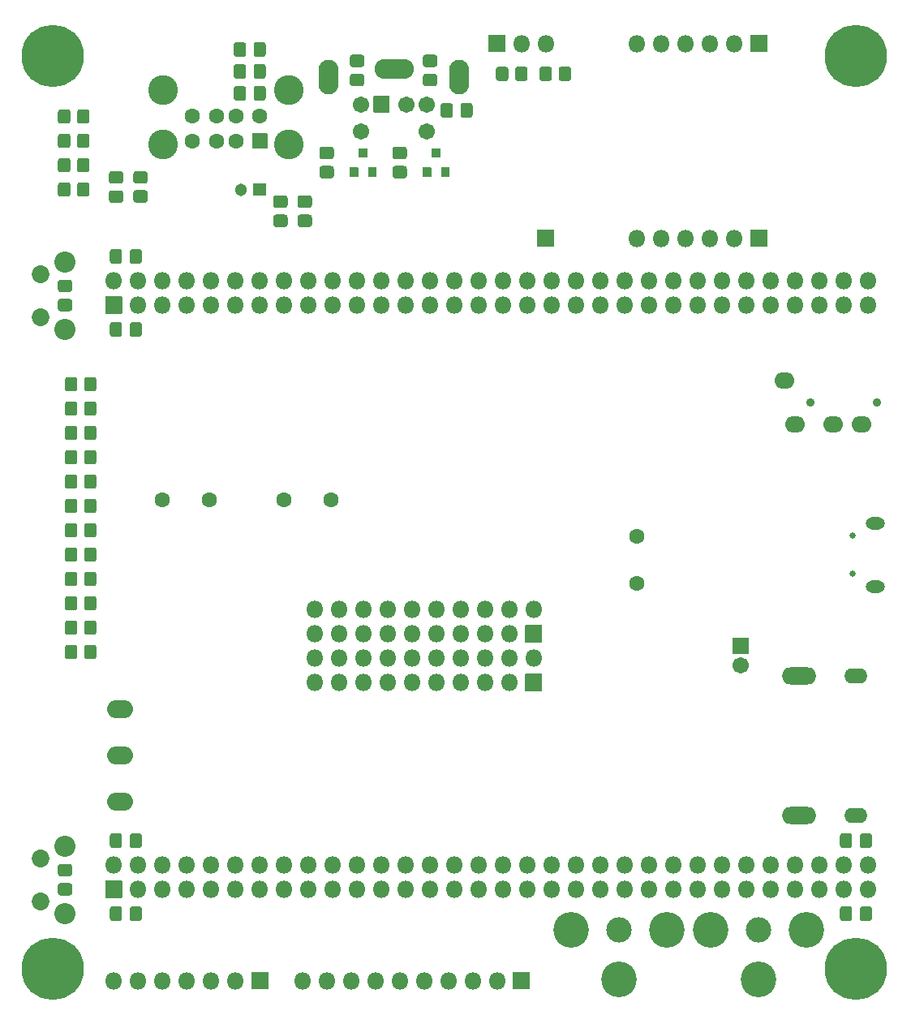
<source format=gbs>
G04 #@! TF.GenerationSoftware,KiCad,Pcbnew,5.1.10-88a1d61d58~90~ubuntu20.04.1*
G04 #@! TF.CreationDate,2021-11-05T20:40:26+01:00*
G04 #@! TF.ProjectId,FPGC4IOboard,46504743-3449-44f6-926f-6172642e6b69,rev?*
G04 #@! TF.SameCoordinates,Original*
G04 #@! TF.FileFunction,Soldermask,Bot*
G04 #@! TF.FilePolarity,Negative*
%FSLAX46Y46*%
G04 Gerber Fmt 4.6, Leading zero omitted, Abs format (unit mm)*
G04 Created by KiCad (PCBNEW 5.1.10-88a1d61d58~90~ubuntu20.04.1) date 2021-11-05 20:40:26*
%MOMM*%
%LPD*%
G01*
G04 APERTURE LIST*
%ADD10C,2.202000*%
%ADD11C,1.852000*%
%ADD12O,1.802000X1.802000*%
%ADD13C,1.702000*%
%ADD14C,1.302000*%
%ADD15O,2.102000X1.702000*%
%ADD16C,0.902000*%
%ADD17O,2.702000X1.902000*%
%ADD18O,4.102000X2.102000*%
%ADD19O,2.102000X3.602000*%
%ADD20C,1.602000*%
%ADD21C,3.102000*%
%ADD22O,2.402000X1.602000*%
%ADD23O,3.602000X1.802000*%
%ADD24C,6.502000*%
%ADD25C,0.652000*%
%ADD26O,2.002000X1.302000*%
%ADD27C,2.652000*%
%ADD28C,3.718000*%
G04 APERTURE END LIST*
D10*
X83770000Y-66020000D03*
D11*
X81280000Y-64770000D03*
X81280000Y-60270000D03*
D10*
X83770000Y-59010000D03*
G36*
G01*
X131865000Y-101969000D02*
X133565000Y-101969000D01*
G75*
G02*
X133616000Y-102020000I0J-51000D01*
G01*
X133616000Y-103720000D01*
G75*
G02*
X133565000Y-103771000I-51000J0D01*
G01*
X131865000Y-103771000D01*
G75*
G02*
X131814000Y-103720000I0J51000D01*
G01*
X131814000Y-102020000D01*
G75*
G02*
X131865000Y-101969000I51000J0D01*
G01*
G37*
D12*
X132715000Y-100330000D03*
X130175000Y-102870000D03*
X130175000Y-100330000D03*
X127635000Y-102870000D03*
X127635000Y-100330000D03*
X125095000Y-102870000D03*
X125095000Y-100330000D03*
X122555000Y-102870000D03*
X122555000Y-100330000D03*
X120015000Y-102870000D03*
X120015000Y-100330000D03*
X117475000Y-102870000D03*
X117475000Y-100330000D03*
X114935000Y-102870000D03*
X114935000Y-100330000D03*
X112395000Y-102870000D03*
X112395000Y-100330000D03*
X109855000Y-102870000D03*
X109855000Y-100330000D03*
X109855000Y-95250000D03*
X109855000Y-97790000D03*
X112395000Y-95250000D03*
X112395000Y-97790000D03*
X114935000Y-95250000D03*
X114935000Y-97790000D03*
X117475000Y-95250000D03*
X117475000Y-97790000D03*
X120015000Y-95250000D03*
X120015000Y-97790000D03*
X122555000Y-95250000D03*
X122555000Y-97790000D03*
X125095000Y-95250000D03*
X125095000Y-97790000D03*
X127635000Y-95250000D03*
X127635000Y-97790000D03*
X130175000Y-95250000D03*
X130175000Y-97790000D03*
X132715000Y-95250000D03*
G36*
G01*
X131865000Y-96889000D02*
X133565000Y-96889000D01*
G75*
G02*
X133616000Y-96940000I0J-51000D01*
G01*
X133616000Y-98640000D01*
G75*
G02*
X133565000Y-98691000I-51000J0D01*
G01*
X131865000Y-98691000D01*
G75*
G02*
X131814000Y-98640000I0J51000D01*
G01*
X131814000Y-96940000D01*
G75*
G02*
X131865000Y-96889000I51000J0D01*
G01*
G37*
G36*
G01*
X133084000Y-57365000D02*
X133084000Y-55665000D01*
G75*
G02*
X133135000Y-55614000I51000J0D01*
G01*
X134835000Y-55614000D01*
G75*
G02*
X134886000Y-55665000I0J-51000D01*
G01*
X134886000Y-57365000D01*
G75*
G02*
X134835000Y-57416000I-51000J0D01*
G01*
X133135000Y-57416000D01*
G75*
G02*
X133084000Y-57365000I0J51000D01*
G01*
G37*
G36*
G01*
X153505000Y-98209000D02*
X155105000Y-98209000D01*
G75*
G02*
X155156000Y-98260000I0J-51000D01*
G01*
X155156000Y-99860000D01*
G75*
G02*
X155105000Y-99911000I-51000J0D01*
G01*
X153505000Y-99911000D01*
G75*
G02*
X153454000Y-99860000I0J51000D01*
G01*
X153454000Y-98260000D01*
G75*
G02*
X153505000Y-98209000I51000J0D01*
G01*
G37*
D13*
X154305000Y-101060000D03*
G36*
G01*
X104791000Y-50834999D02*
X104791000Y-52035001D01*
G75*
G02*
X104740001Y-52086000I-50999J0D01*
G01*
X103539999Y-52086000D01*
G75*
G02*
X103489000Y-52035001I0J50999D01*
G01*
X103489000Y-50834999D01*
G75*
G02*
X103539999Y-50784000I50999J0D01*
G01*
X104740001Y-50784000D01*
G75*
G02*
X104791000Y-50834999I0J-50999D01*
G01*
G37*
D14*
X102140000Y-51435000D03*
D15*
X163980000Y-75960000D03*
D16*
X168580000Y-73660000D03*
X161580000Y-73660000D03*
D15*
X166980000Y-75960000D03*
X159980000Y-75960000D03*
X158880000Y-71360000D03*
G36*
G01*
X103290000Y-133084000D02*
X104990000Y-133084000D01*
G75*
G02*
X105041000Y-133135000I0J-51000D01*
G01*
X105041000Y-134835000D01*
G75*
G02*
X104990000Y-134886000I-51000J0D01*
G01*
X103290000Y-134886000D01*
G75*
G02*
X103239000Y-134835000I0J51000D01*
G01*
X103239000Y-133135000D01*
G75*
G02*
X103290000Y-133084000I51000J0D01*
G01*
G37*
D12*
X101600000Y-133985000D03*
X99060000Y-133985000D03*
X96520000Y-133985000D03*
X93980000Y-133985000D03*
X91440000Y-133985000D03*
X88900000Y-133985000D03*
G36*
G01*
X130595000Y-133084000D02*
X132295000Y-133084000D01*
G75*
G02*
X132346000Y-133135000I0J-51000D01*
G01*
X132346000Y-134835000D01*
G75*
G02*
X132295000Y-134886000I-51000J0D01*
G01*
X130595000Y-134886000D01*
G75*
G02*
X130544000Y-134835000I0J51000D01*
G01*
X130544000Y-133135000D01*
G75*
G02*
X130595000Y-133084000I51000J0D01*
G01*
G37*
X128905000Y-133985000D03*
X126365000Y-133985000D03*
X123825000Y-133985000D03*
X121285000Y-133985000D03*
X118745000Y-133985000D03*
X116205000Y-133985000D03*
X113665000Y-133985000D03*
X111125000Y-133985000D03*
X108585000Y-133985000D03*
X143510000Y-56515000D03*
X146050000Y-56515000D03*
X148590000Y-56515000D03*
X151130000Y-56515000D03*
X153670000Y-56515000D03*
G36*
G01*
X155360000Y-55614000D02*
X157060000Y-55614000D01*
G75*
G02*
X157111000Y-55665000I0J-51000D01*
G01*
X157111000Y-57365000D01*
G75*
G02*
X157060000Y-57416000I-51000J0D01*
G01*
X155360000Y-57416000D01*
G75*
G02*
X155309000Y-57365000I0J51000D01*
G01*
X155309000Y-55665000D01*
G75*
G02*
X155360000Y-55614000I51000J0D01*
G01*
G37*
G36*
G01*
X155360000Y-35294000D02*
X157060000Y-35294000D01*
G75*
G02*
X157111000Y-35345000I0J-51000D01*
G01*
X157111000Y-37045000D01*
G75*
G02*
X157060000Y-37096000I-51000J0D01*
G01*
X155360000Y-37096000D01*
G75*
G02*
X155309000Y-37045000I0J51000D01*
G01*
X155309000Y-35345000D01*
G75*
G02*
X155360000Y-35294000I51000J0D01*
G01*
G37*
X153670000Y-36195000D03*
X151130000Y-36195000D03*
X148590000Y-36195000D03*
X146050000Y-36195000D03*
X143510000Y-36195000D03*
G36*
G01*
X129755000Y-37096000D02*
X128055000Y-37096000D01*
G75*
G02*
X128004000Y-37045000I0J51000D01*
G01*
X128004000Y-35345000D01*
G75*
G02*
X128055000Y-35294000I51000J0D01*
G01*
X129755000Y-35294000D01*
G75*
G02*
X129806000Y-35345000I0J-51000D01*
G01*
X129806000Y-37045000D01*
G75*
G02*
X129755000Y-37096000I-51000J0D01*
G01*
G37*
X131445000Y-36195000D03*
X133985000Y-36195000D03*
D10*
X83770000Y-119970000D03*
D11*
X81280000Y-121230000D03*
X81280000Y-125730000D03*
D10*
X83770000Y-126980000D03*
D17*
X89535000Y-105690000D03*
X89535000Y-110490000D03*
X89535000Y-115290000D03*
D18*
X118140000Y-38895000D03*
D13*
X121540000Y-45345000D03*
X114740000Y-45345000D03*
X121540000Y-42545000D03*
X114740000Y-42545000D03*
X119440000Y-42545000D03*
G36*
G01*
X117691000Y-41745000D02*
X117691000Y-43345000D01*
G75*
G02*
X117640000Y-43396000I-51000J0D01*
G01*
X116040000Y-43396000D01*
G75*
G02*
X115989000Y-43345000I0J51000D01*
G01*
X115989000Y-41745000D01*
G75*
G02*
X116040000Y-41694000I51000J0D01*
G01*
X117640000Y-41694000D01*
G75*
G02*
X117691000Y-41745000I0J-51000D01*
G01*
G37*
D19*
X111290000Y-39695000D03*
X124990000Y-39695000D03*
D20*
X97140000Y-43735000D03*
X99640000Y-43735000D03*
X101640000Y-43735000D03*
X104140000Y-43735000D03*
D21*
X94070000Y-41025000D03*
X107210000Y-41025000D03*
D20*
X97140000Y-46355000D03*
X99640000Y-46355000D03*
X101640000Y-46355000D03*
G36*
G01*
X104941000Y-45605000D02*
X104941000Y-47105000D01*
G75*
G02*
X104890000Y-47156000I-51000J0D01*
G01*
X103390000Y-47156000D01*
G75*
G02*
X103339000Y-47105000I0J51000D01*
G01*
X103339000Y-45605000D01*
G75*
G02*
X103390000Y-45554000I51000J0D01*
G01*
X104890000Y-45554000D01*
G75*
G02*
X104941000Y-45605000I0J-51000D01*
G01*
G37*
D21*
X107210000Y-46705000D03*
X94070000Y-46705000D03*
D22*
X166370000Y-116724000D03*
X166370000Y-102224000D03*
D23*
X160410000Y-116724000D03*
X160410000Y-102224000D03*
D24*
X166370000Y-37465000D03*
X82550000Y-37465000D03*
X82550000Y-132715000D03*
X166370000Y-132715000D03*
D12*
X167640000Y-121920000D03*
X167640000Y-124460000D03*
X165100000Y-121920000D03*
X165100000Y-124460000D03*
X162560000Y-121920000D03*
X162560000Y-124460000D03*
X160020000Y-121920000D03*
X160020000Y-124460000D03*
X157480000Y-121920000D03*
X157480000Y-124460000D03*
X154940000Y-121920000D03*
X154940000Y-124460000D03*
X152400000Y-121920000D03*
X152400000Y-124460000D03*
X149860000Y-121920000D03*
X149860000Y-124460000D03*
X147320000Y-121920000D03*
X147320000Y-124460000D03*
X144780000Y-121920000D03*
X144780000Y-124460000D03*
X142240000Y-121920000D03*
X142240000Y-124460000D03*
X139700000Y-121920000D03*
X139700000Y-124460000D03*
X137160000Y-121920000D03*
X137160000Y-124460000D03*
X134620000Y-121920000D03*
X134620000Y-124460000D03*
X132080000Y-121920000D03*
X132080000Y-124460000D03*
X129540000Y-121920000D03*
X129540000Y-124460000D03*
X127000000Y-121920000D03*
X127000000Y-124460000D03*
X124460000Y-121920000D03*
X124460000Y-124460000D03*
X121920000Y-121920000D03*
X121920000Y-124460000D03*
X119380000Y-121920000D03*
X119380000Y-124460000D03*
X116840000Y-121920000D03*
X116840000Y-124460000D03*
X114300000Y-121920000D03*
X114300000Y-124460000D03*
X111760000Y-121920000D03*
X111760000Y-124460000D03*
X109220000Y-121920000D03*
X109220000Y-124460000D03*
X106680000Y-121920000D03*
X106680000Y-124460000D03*
X104140000Y-121920000D03*
X104140000Y-124460000D03*
X101600000Y-121920000D03*
X101600000Y-124460000D03*
X99060000Y-121920000D03*
X99060000Y-124460000D03*
X96520000Y-121920000D03*
X96520000Y-124460000D03*
X93980000Y-121920000D03*
X93980000Y-124460000D03*
X91440000Y-121920000D03*
X91440000Y-124460000D03*
X88900000Y-121920000D03*
G36*
G01*
X89750000Y-125361000D02*
X88050000Y-125361000D01*
G75*
G02*
X87999000Y-125310000I0J51000D01*
G01*
X87999000Y-123610000D01*
G75*
G02*
X88050000Y-123559000I51000J0D01*
G01*
X89750000Y-123559000D01*
G75*
G02*
X89801000Y-123610000I0J-51000D01*
G01*
X89801000Y-125310000D01*
G75*
G02*
X89750000Y-125361000I-51000J0D01*
G01*
G37*
G36*
G01*
X89750000Y-64401000D02*
X88050000Y-64401000D01*
G75*
G02*
X87999000Y-64350000I0J51000D01*
G01*
X87999000Y-62650000D01*
G75*
G02*
X88050000Y-62599000I51000J0D01*
G01*
X89750000Y-62599000D01*
G75*
G02*
X89801000Y-62650000I0J-51000D01*
G01*
X89801000Y-64350000D01*
G75*
G02*
X89750000Y-64401000I-51000J0D01*
G01*
G37*
X88900000Y-60960000D03*
X91440000Y-63500000D03*
X91440000Y-60960000D03*
X93980000Y-63500000D03*
X93980000Y-60960000D03*
X96520000Y-63500000D03*
X96520000Y-60960000D03*
X99060000Y-63500000D03*
X99060000Y-60960000D03*
X101600000Y-63500000D03*
X101600000Y-60960000D03*
X104140000Y-63500000D03*
X104140000Y-60960000D03*
X106680000Y-63500000D03*
X106680000Y-60960000D03*
X109220000Y-63500000D03*
X109220000Y-60960000D03*
X111760000Y-63500000D03*
X111760000Y-60960000D03*
X114300000Y-63500000D03*
X114300000Y-60960000D03*
X116840000Y-63500000D03*
X116840000Y-60960000D03*
X119380000Y-63500000D03*
X119380000Y-60960000D03*
X121920000Y-63500000D03*
X121920000Y-60960000D03*
X124460000Y-63500000D03*
X124460000Y-60960000D03*
X127000000Y-63500000D03*
X127000000Y-60960000D03*
X129540000Y-63500000D03*
X129540000Y-60960000D03*
X132080000Y-63500000D03*
X132080000Y-60960000D03*
X134620000Y-63500000D03*
X134620000Y-60960000D03*
X137160000Y-63500000D03*
X137160000Y-60960000D03*
X139700000Y-63500000D03*
X139700000Y-60960000D03*
X142240000Y-63500000D03*
X142240000Y-60960000D03*
X144780000Y-63500000D03*
X144780000Y-60960000D03*
X147320000Y-63500000D03*
X147320000Y-60960000D03*
X149860000Y-63500000D03*
X149860000Y-60960000D03*
X152400000Y-63500000D03*
X152400000Y-60960000D03*
X154940000Y-63500000D03*
X154940000Y-60960000D03*
X157480000Y-63500000D03*
X157480000Y-60960000D03*
X160020000Y-63500000D03*
X160020000Y-60960000D03*
X162560000Y-63500000D03*
X162560000Y-60960000D03*
X165100000Y-63500000D03*
X165100000Y-60960000D03*
X167640000Y-63500000D03*
X167640000Y-60960000D03*
G36*
G01*
X123016500Y-43684298D02*
X123016500Y-42675702D01*
G75*
G02*
X123288202Y-42404000I271702J0D01*
G01*
X124021798Y-42404000D01*
G75*
G02*
X124293500Y-42675702I0J-271702D01*
G01*
X124293500Y-43684298D01*
G75*
G02*
X124021798Y-43956000I-271702J0D01*
G01*
X123288202Y-43956000D01*
G75*
G02*
X123016500Y-43684298I0J271702D01*
G01*
G37*
G36*
G01*
X125091500Y-43684298D02*
X125091500Y-42675702D01*
G75*
G02*
X125363202Y-42404000I271702J0D01*
G01*
X126096798Y-42404000D01*
G75*
G02*
X126368500Y-42675702I0J-271702D01*
G01*
X126368500Y-43684298D01*
G75*
G02*
X126096798Y-43956000I-271702J0D01*
G01*
X125363202Y-43956000D01*
G75*
G02*
X125091500Y-43684298I0J271702D01*
G01*
G37*
G36*
G01*
X103501500Y-41906298D02*
X103501500Y-40897702D01*
G75*
G02*
X103773202Y-40626000I271702J0D01*
G01*
X104506798Y-40626000D01*
G75*
G02*
X104778500Y-40897702I0J-271702D01*
G01*
X104778500Y-41906298D01*
G75*
G02*
X104506798Y-42178000I-271702J0D01*
G01*
X103773202Y-42178000D01*
G75*
G02*
X103501500Y-41906298I0J271702D01*
G01*
G37*
G36*
G01*
X101426500Y-41906298D02*
X101426500Y-40897702D01*
G75*
G02*
X101698202Y-40626000I271702J0D01*
G01*
X102431798Y-40626000D01*
G75*
G02*
X102703500Y-40897702I0J-271702D01*
G01*
X102703500Y-41906298D01*
G75*
G02*
X102431798Y-42178000I-271702J0D01*
G01*
X101698202Y-42178000D01*
G75*
G02*
X101426500Y-41906298I0J271702D01*
G01*
G37*
G36*
G01*
X164694000Y-127504298D02*
X164694000Y-126495702D01*
G75*
G02*
X164965702Y-126224000I271702J0D01*
G01*
X165699298Y-126224000D01*
G75*
G02*
X165971000Y-126495702I0J-271702D01*
G01*
X165971000Y-127504298D01*
G75*
G02*
X165699298Y-127776000I-271702J0D01*
G01*
X164965702Y-127776000D01*
G75*
G02*
X164694000Y-127504298I0J271702D01*
G01*
G37*
G36*
G01*
X166769000Y-127504298D02*
X166769000Y-126495702D01*
G75*
G02*
X167040702Y-126224000I271702J0D01*
G01*
X167774298Y-126224000D01*
G75*
G02*
X168046000Y-126495702I0J-271702D01*
G01*
X168046000Y-127504298D01*
G75*
G02*
X167774298Y-127776000I-271702J0D01*
G01*
X167040702Y-127776000D01*
G75*
G02*
X166769000Y-127504298I0J271702D01*
G01*
G37*
D25*
X166012000Y-87535000D03*
X166012000Y-91535000D03*
D26*
X168362000Y-86235000D03*
X168362000Y-92835000D03*
G36*
G01*
X116285000Y-50126000D02*
X115485000Y-50126000D01*
G75*
G02*
X115434000Y-50075000I0J51000D01*
G01*
X115434000Y-49175000D01*
G75*
G02*
X115485000Y-49124000I51000J0D01*
G01*
X116285000Y-49124000D01*
G75*
G02*
X116336000Y-49175000I0J-51000D01*
G01*
X116336000Y-50075000D01*
G75*
G02*
X116285000Y-50126000I-51000J0D01*
G01*
G37*
G36*
G01*
X114385000Y-50126000D02*
X113585000Y-50126000D01*
G75*
G02*
X113534000Y-50075000I0J51000D01*
G01*
X113534000Y-49175000D01*
G75*
G02*
X113585000Y-49124000I51000J0D01*
G01*
X114385000Y-49124000D01*
G75*
G02*
X114436000Y-49175000I0J-51000D01*
G01*
X114436000Y-50075000D01*
G75*
G02*
X114385000Y-50126000I-51000J0D01*
G01*
G37*
G36*
G01*
X115335000Y-48126000D02*
X114535000Y-48126000D01*
G75*
G02*
X114484000Y-48075000I0J51000D01*
G01*
X114484000Y-47175000D01*
G75*
G02*
X114535000Y-47124000I51000J0D01*
G01*
X115335000Y-47124000D01*
G75*
G02*
X115386000Y-47175000I0J-51000D01*
G01*
X115386000Y-48075000D01*
G75*
G02*
X115335000Y-48126000I-51000J0D01*
G01*
G37*
G36*
G01*
X122955000Y-48126000D02*
X122155000Y-48126000D01*
G75*
G02*
X122104000Y-48075000I0J51000D01*
G01*
X122104000Y-47175000D01*
G75*
G02*
X122155000Y-47124000I51000J0D01*
G01*
X122955000Y-47124000D01*
G75*
G02*
X123006000Y-47175000I0J-51000D01*
G01*
X123006000Y-48075000D01*
G75*
G02*
X122955000Y-48126000I-51000J0D01*
G01*
G37*
G36*
G01*
X122005000Y-50126000D02*
X121205000Y-50126000D01*
G75*
G02*
X121154000Y-50075000I0J51000D01*
G01*
X121154000Y-49175000D01*
G75*
G02*
X121205000Y-49124000I51000J0D01*
G01*
X122005000Y-49124000D01*
G75*
G02*
X122056000Y-49175000I0J-51000D01*
G01*
X122056000Y-50075000D01*
G75*
G02*
X122005000Y-50126000I-51000J0D01*
G01*
G37*
G36*
G01*
X123905000Y-50126000D02*
X123105000Y-50126000D01*
G75*
G02*
X123054000Y-50075000I0J51000D01*
G01*
X123054000Y-49175000D01*
G75*
G02*
X123105000Y-49124000I51000J0D01*
G01*
X123905000Y-49124000D01*
G75*
G02*
X123956000Y-49175000I0J-51000D01*
G01*
X123956000Y-50075000D01*
G75*
G02*
X123905000Y-50126000I-51000J0D01*
G01*
G37*
G36*
G01*
X85804000Y-72234752D02*
X85804000Y-71275248D01*
G75*
G02*
X86075248Y-71004000I271248J0D01*
G01*
X86834752Y-71004000D01*
G75*
G02*
X87106000Y-71275248I0J-271248D01*
G01*
X87106000Y-72234752D01*
G75*
G02*
X86834752Y-72506000I-271248J0D01*
G01*
X86075248Y-72506000D01*
G75*
G02*
X85804000Y-72234752I0J271248D01*
G01*
G37*
G36*
G01*
X83804000Y-72234752D02*
X83804000Y-71275248D01*
G75*
G02*
X84075248Y-71004000I271248J0D01*
G01*
X84834752Y-71004000D01*
G75*
G02*
X85106000Y-71275248I0J-271248D01*
G01*
X85106000Y-72234752D01*
G75*
G02*
X84834752Y-72506000I-271248J0D01*
G01*
X84075248Y-72506000D01*
G75*
G02*
X83804000Y-72234752I0J271248D01*
G01*
G37*
G36*
G01*
X83804000Y-90014752D02*
X83804000Y-89055248D01*
G75*
G02*
X84075248Y-88784000I271248J0D01*
G01*
X84834752Y-88784000D01*
G75*
G02*
X85106000Y-89055248I0J-271248D01*
G01*
X85106000Y-90014752D01*
G75*
G02*
X84834752Y-90286000I-271248J0D01*
G01*
X84075248Y-90286000D01*
G75*
G02*
X83804000Y-90014752I0J271248D01*
G01*
G37*
G36*
G01*
X85804000Y-90014752D02*
X85804000Y-89055248D01*
G75*
G02*
X86075248Y-88784000I271248J0D01*
G01*
X86834752Y-88784000D01*
G75*
G02*
X87106000Y-89055248I0J-271248D01*
G01*
X87106000Y-90014752D01*
G75*
G02*
X86834752Y-90286000I-271248J0D01*
G01*
X86075248Y-90286000D01*
G75*
G02*
X85804000Y-90014752I0J271248D01*
G01*
G37*
G36*
G01*
X113820248Y-37354000D02*
X114779752Y-37354000D01*
G75*
G02*
X115051000Y-37625248I0J-271248D01*
G01*
X115051000Y-38384752D01*
G75*
G02*
X114779752Y-38656000I-271248J0D01*
G01*
X113820248Y-38656000D01*
G75*
G02*
X113549000Y-38384752I0J271248D01*
G01*
X113549000Y-37625248D01*
G75*
G02*
X113820248Y-37354000I271248J0D01*
G01*
G37*
G36*
G01*
X113820248Y-39354000D02*
X114779752Y-39354000D01*
G75*
G02*
X115051000Y-39625248I0J-271248D01*
G01*
X115051000Y-40384752D01*
G75*
G02*
X114779752Y-40656000I-271248J0D01*
G01*
X113820248Y-40656000D01*
G75*
G02*
X113549000Y-40384752I0J271248D01*
G01*
X113549000Y-39625248D01*
G75*
G02*
X113820248Y-39354000I271248J0D01*
G01*
G37*
G36*
G01*
X121440248Y-39354000D02*
X122399752Y-39354000D01*
G75*
G02*
X122671000Y-39625248I0J-271248D01*
G01*
X122671000Y-40384752D01*
G75*
G02*
X122399752Y-40656000I-271248J0D01*
G01*
X121440248Y-40656000D01*
G75*
G02*
X121169000Y-40384752I0J271248D01*
G01*
X121169000Y-39625248D01*
G75*
G02*
X121440248Y-39354000I271248J0D01*
G01*
G37*
G36*
G01*
X121440248Y-37354000D02*
X122399752Y-37354000D01*
G75*
G02*
X122671000Y-37625248I0J-271248D01*
G01*
X122671000Y-38384752D01*
G75*
G02*
X122399752Y-38656000I-271248J0D01*
G01*
X121440248Y-38656000D01*
G75*
G02*
X121169000Y-38384752I0J271248D01*
G01*
X121169000Y-37625248D01*
G75*
G02*
X121440248Y-37354000I271248J0D01*
G01*
G37*
G36*
G01*
X84376000Y-50955248D02*
X84376000Y-51914752D01*
G75*
G02*
X84104752Y-52186000I-271248J0D01*
G01*
X83345248Y-52186000D01*
G75*
G02*
X83074000Y-51914752I0J271248D01*
G01*
X83074000Y-50955248D01*
G75*
G02*
X83345248Y-50684000I271248J0D01*
G01*
X84104752Y-50684000D01*
G75*
G02*
X84376000Y-50955248I0J-271248D01*
G01*
G37*
G36*
G01*
X86376000Y-50955248D02*
X86376000Y-51914752D01*
G75*
G02*
X86104752Y-52186000I-271248J0D01*
G01*
X85345248Y-52186000D01*
G75*
G02*
X85074000Y-51914752I0J271248D01*
G01*
X85074000Y-50955248D01*
G75*
G02*
X85345248Y-50684000I271248J0D01*
G01*
X86104752Y-50684000D01*
G75*
G02*
X86376000Y-50955248I0J-271248D01*
G01*
G37*
G36*
G01*
X83340248Y-60849000D02*
X84299752Y-60849000D01*
G75*
G02*
X84571000Y-61120248I0J-271248D01*
G01*
X84571000Y-61879752D01*
G75*
G02*
X84299752Y-62151000I-271248J0D01*
G01*
X83340248Y-62151000D01*
G75*
G02*
X83069000Y-61879752I0J271248D01*
G01*
X83069000Y-61120248D01*
G75*
G02*
X83340248Y-60849000I271248J0D01*
G01*
G37*
G36*
G01*
X83340248Y-62849000D02*
X84299752Y-62849000D01*
G75*
G02*
X84571000Y-63120248I0J-271248D01*
G01*
X84571000Y-63879752D01*
G75*
G02*
X84299752Y-64151000I-271248J0D01*
G01*
X83340248Y-64151000D01*
G75*
G02*
X83069000Y-63879752I0J271248D01*
G01*
X83069000Y-63120248D01*
G75*
G02*
X83340248Y-62849000I271248J0D01*
G01*
G37*
G36*
G01*
X86376000Y-48415248D02*
X86376000Y-49374752D01*
G75*
G02*
X86104752Y-49646000I-271248J0D01*
G01*
X85345248Y-49646000D01*
G75*
G02*
X85074000Y-49374752I0J271248D01*
G01*
X85074000Y-48415248D01*
G75*
G02*
X85345248Y-48144000I271248J0D01*
G01*
X86104752Y-48144000D01*
G75*
G02*
X86376000Y-48415248I0J-271248D01*
G01*
G37*
G36*
G01*
X84376000Y-48415248D02*
X84376000Y-49374752D01*
G75*
G02*
X84104752Y-49646000I-271248J0D01*
G01*
X83345248Y-49646000D01*
G75*
G02*
X83074000Y-49374752I0J271248D01*
G01*
X83074000Y-48415248D01*
G75*
G02*
X83345248Y-48144000I271248J0D01*
G01*
X84104752Y-48144000D01*
G75*
G02*
X84376000Y-48415248I0J-271248D01*
G01*
G37*
G36*
G01*
X110645248Y-48974000D02*
X111604752Y-48974000D01*
G75*
G02*
X111876000Y-49245248I0J-271248D01*
G01*
X111876000Y-50004752D01*
G75*
G02*
X111604752Y-50276000I-271248J0D01*
G01*
X110645248Y-50276000D01*
G75*
G02*
X110374000Y-50004752I0J271248D01*
G01*
X110374000Y-49245248D01*
G75*
G02*
X110645248Y-48974000I271248J0D01*
G01*
G37*
G36*
G01*
X110645248Y-46974000D02*
X111604752Y-46974000D01*
G75*
G02*
X111876000Y-47245248I0J-271248D01*
G01*
X111876000Y-48004752D01*
G75*
G02*
X111604752Y-48276000I-271248J0D01*
G01*
X110645248Y-48276000D01*
G75*
G02*
X110374000Y-48004752I0J271248D01*
G01*
X110374000Y-47245248D01*
G75*
G02*
X110645248Y-46974000I271248J0D01*
G01*
G37*
G36*
G01*
X118265248Y-46974000D02*
X119224752Y-46974000D01*
G75*
G02*
X119496000Y-47245248I0J-271248D01*
G01*
X119496000Y-48004752D01*
G75*
G02*
X119224752Y-48276000I-271248J0D01*
G01*
X118265248Y-48276000D01*
G75*
G02*
X117994000Y-48004752I0J271248D01*
G01*
X117994000Y-47245248D01*
G75*
G02*
X118265248Y-46974000I271248J0D01*
G01*
G37*
G36*
G01*
X118265248Y-48974000D02*
X119224752Y-48974000D01*
G75*
G02*
X119496000Y-49245248I0J-271248D01*
G01*
X119496000Y-50004752D01*
G75*
G02*
X119224752Y-50276000I-271248J0D01*
G01*
X118265248Y-50276000D01*
G75*
G02*
X117994000Y-50004752I0J271248D01*
G01*
X117994000Y-49245248D01*
G75*
G02*
X118265248Y-48974000I271248J0D01*
G01*
G37*
G36*
G01*
X85804000Y-84934752D02*
X85804000Y-83975248D01*
G75*
G02*
X86075248Y-83704000I271248J0D01*
G01*
X86834752Y-83704000D01*
G75*
G02*
X87106000Y-83975248I0J-271248D01*
G01*
X87106000Y-84934752D01*
G75*
G02*
X86834752Y-85206000I-271248J0D01*
G01*
X86075248Y-85206000D01*
G75*
G02*
X85804000Y-84934752I0J271248D01*
G01*
G37*
G36*
G01*
X83804000Y-84934752D02*
X83804000Y-83975248D01*
G75*
G02*
X84075248Y-83704000I271248J0D01*
G01*
X84834752Y-83704000D01*
G75*
G02*
X85106000Y-83975248I0J-271248D01*
G01*
X85106000Y-84934752D01*
G75*
G02*
X84834752Y-85206000I-271248J0D01*
G01*
X84075248Y-85206000D01*
G75*
G02*
X83804000Y-84934752I0J271248D01*
G01*
G37*
G36*
G01*
X84376000Y-45875248D02*
X84376000Y-46834752D01*
G75*
G02*
X84104752Y-47106000I-271248J0D01*
G01*
X83345248Y-47106000D01*
G75*
G02*
X83074000Y-46834752I0J271248D01*
G01*
X83074000Y-45875248D01*
G75*
G02*
X83345248Y-45604000I271248J0D01*
G01*
X84104752Y-45604000D01*
G75*
G02*
X84376000Y-45875248I0J-271248D01*
G01*
G37*
G36*
G01*
X86376000Y-45875248D02*
X86376000Y-46834752D01*
G75*
G02*
X86104752Y-47106000I-271248J0D01*
G01*
X85345248Y-47106000D01*
G75*
G02*
X85074000Y-46834752I0J271248D01*
G01*
X85074000Y-45875248D01*
G75*
G02*
X85345248Y-45604000I271248J0D01*
G01*
X86104752Y-45604000D01*
G75*
G02*
X86376000Y-45875248I0J-271248D01*
G01*
G37*
G36*
G01*
X83804000Y-79854752D02*
X83804000Y-78895248D01*
G75*
G02*
X84075248Y-78624000I271248J0D01*
G01*
X84834752Y-78624000D01*
G75*
G02*
X85106000Y-78895248I0J-271248D01*
G01*
X85106000Y-79854752D01*
G75*
G02*
X84834752Y-80126000I-271248J0D01*
G01*
X84075248Y-80126000D01*
G75*
G02*
X83804000Y-79854752I0J271248D01*
G01*
G37*
G36*
G01*
X85804000Y-79854752D02*
X85804000Y-78895248D01*
G75*
G02*
X86075248Y-78624000I271248J0D01*
G01*
X86834752Y-78624000D01*
G75*
G02*
X87106000Y-78895248I0J-271248D01*
G01*
X87106000Y-79854752D01*
G75*
G02*
X86834752Y-80126000I-271248J0D01*
G01*
X86075248Y-80126000D01*
G75*
G02*
X85804000Y-79854752I0J271248D01*
G01*
G37*
G36*
G01*
X86376000Y-43335248D02*
X86376000Y-44294752D01*
G75*
G02*
X86104752Y-44566000I-271248J0D01*
G01*
X85345248Y-44566000D01*
G75*
G02*
X85074000Y-44294752I0J271248D01*
G01*
X85074000Y-43335248D01*
G75*
G02*
X85345248Y-43064000I271248J0D01*
G01*
X86104752Y-43064000D01*
G75*
G02*
X86376000Y-43335248I0J-271248D01*
G01*
G37*
G36*
G01*
X84376000Y-43335248D02*
X84376000Y-44294752D01*
G75*
G02*
X84104752Y-44566000I-271248J0D01*
G01*
X83345248Y-44566000D01*
G75*
G02*
X83074000Y-44294752I0J271248D01*
G01*
X83074000Y-43335248D01*
G75*
G02*
X83345248Y-43064000I271248J0D01*
G01*
X84104752Y-43064000D01*
G75*
G02*
X84376000Y-43335248I0J-271248D01*
G01*
G37*
G36*
G01*
X83340248Y-121809000D02*
X84299752Y-121809000D01*
G75*
G02*
X84571000Y-122080248I0J-271248D01*
G01*
X84571000Y-122839752D01*
G75*
G02*
X84299752Y-123111000I-271248J0D01*
G01*
X83340248Y-123111000D01*
G75*
G02*
X83069000Y-122839752I0J271248D01*
G01*
X83069000Y-122080248D01*
G75*
G02*
X83340248Y-121809000I271248J0D01*
G01*
G37*
G36*
G01*
X83340248Y-123809000D02*
X84299752Y-123809000D01*
G75*
G02*
X84571000Y-124080248I0J-271248D01*
G01*
X84571000Y-124839752D01*
G75*
G02*
X84299752Y-125111000I-271248J0D01*
G01*
X83340248Y-125111000D01*
G75*
G02*
X83069000Y-124839752I0J271248D01*
G01*
X83069000Y-124080248D01*
G75*
G02*
X83340248Y-123809000I271248J0D01*
G01*
G37*
G36*
G01*
X92173752Y-52816000D02*
X91214248Y-52816000D01*
G75*
G02*
X90943000Y-52544752I0J271248D01*
G01*
X90943000Y-51785248D01*
G75*
G02*
X91214248Y-51514000I271248J0D01*
G01*
X92173752Y-51514000D01*
G75*
G02*
X92445000Y-51785248I0J-271248D01*
G01*
X92445000Y-52544752D01*
G75*
G02*
X92173752Y-52816000I-271248J0D01*
G01*
G37*
G36*
G01*
X92173752Y-50816000D02*
X91214248Y-50816000D01*
G75*
G02*
X90943000Y-50544752I0J271248D01*
G01*
X90943000Y-49785248D01*
G75*
G02*
X91214248Y-49514000I271248J0D01*
G01*
X92173752Y-49514000D01*
G75*
G02*
X92445000Y-49785248I0J-271248D01*
G01*
X92445000Y-50544752D01*
G75*
G02*
X92173752Y-50816000I-271248J0D01*
G01*
G37*
G36*
G01*
X85804000Y-82394752D02*
X85804000Y-81435248D01*
G75*
G02*
X86075248Y-81164000I271248J0D01*
G01*
X86834752Y-81164000D01*
G75*
G02*
X87106000Y-81435248I0J-271248D01*
G01*
X87106000Y-82394752D01*
G75*
G02*
X86834752Y-82666000I-271248J0D01*
G01*
X86075248Y-82666000D01*
G75*
G02*
X85804000Y-82394752I0J271248D01*
G01*
G37*
G36*
G01*
X83804000Y-82394752D02*
X83804000Y-81435248D01*
G75*
G02*
X84075248Y-81164000I271248J0D01*
G01*
X84834752Y-81164000D01*
G75*
G02*
X85106000Y-81435248I0J-271248D01*
G01*
X85106000Y-82394752D01*
G75*
G02*
X84834752Y-82666000I-271248J0D01*
G01*
X84075248Y-82666000D01*
G75*
G02*
X83804000Y-82394752I0J271248D01*
G01*
G37*
G36*
G01*
X89633752Y-50832000D02*
X88674248Y-50832000D01*
G75*
G02*
X88403000Y-50560752I0J271248D01*
G01*
X88403000Y-49801248D01*
G75*
G02*
X88674248Y-49530000I271248J0D01*
G01*
X89633752Y-49530000D01*
G75*
G02*
X89905000Y-49801248I0J-271248D01*
G01*
X89905000Y-50560752D01*
G75*
G02*
X89633752Y-50832000I-271248J0D01*
G01*
G37*
G36*
G01*
X89633752Y-52832000D02*
X88674248Y-52832000D01*
G75*
G02*
X88403000Y-52560752I0J271248D01*
G01*
X88403000Y-51801248D01*
G75*
G02*
X88674248Y-51530000I271248J0D01*
G01*
X89633752Y-51530000D01*
G75*
G02*
X89905000Y-51801248I0J-271248D01*
G01*
X89905000Y-52560752D01*
G75*
G02*
X89633752Y-52832000I-271248J0D01*
G01*
G37*
G36*
G01*
X106778752Y-55356000D02*
X105819248Y-55356000D01*
G75*
G02*
X105548000Y-55084752I0J271248D01*
G01*
X105548000Y-54325248D01*
G75*
G02*
X105819248Y-54054000I271248J0D01*
G01*
X106778752Y-54054000D01*
G75*
G02*
X107050000Y-54325248I0J-271248D01*
G01*
X107050000Y-55084752D01*
G75*
G02*
X106778752Y-55356000I-271248J0D01*
G01*
G37*
G36*
G01*
X106778752Y-53356000D02*
X105819248Y-53356000D01*
G75*
G02*
X105548000Y-53084752I0J271248D01*
G01*
X105548000Y-52325248D01*
G75*
G02*
X105819248Y-52054000I271248J0D01*
G01*
X106778752Y-52054000D01*
G75*
G02*
X107050000Y-52325248I0J-271248D01*
G01*
X107050000Y-53084752D01*
G75*
G02*
X106778752Y-53356000I-271248J0D01*
G01*
G37*
G36*
G01*
X109318752Y-55356000D02*
X108359248Y-55356000D01*
G75*
G02*
X108088000Y-55084752I0J271248D01*
G01*
X108088000Y-54325248D01*
G75*
G02*
X108359248Y-54054000I271248J0D01*
G01*
X109318752Y-54054000D01*
G75*
G02*
X109590000Y-54325248I0J-271248D01*
G01*
X109590000Y-55084752D01*
G75*
G02*
X109318752Y-55356000I-271248J0D01*
G01*
G37*
G36*
G01*
X109318752Y-53356000D02*
X108359248Y-53356000D01*
G75*
G02*
X108088000Y-53084752I0J271248D01*
G01*
X108088000Y-52325248D01*
G75*
G02*
X108359248Y-52054000I271248J0D01*
G01*
X109318752Y-52054000D01*
G75*
G02*
X109590000Y-52325248I0J-271248D01*
G01*
X109590000Y-53084752D01*
G75*
G02*
X109318752Y-53356000I-271248J0D01*
G01*
G37*
G36*
G01*
X83804000Y-100174752D02*
X83804000Y-99215248D01*
G75*
G02*
X84075248Y-98944000I271248J0D01*
G01*
X84834752Y-98944000D01*
G75*
G02*
X85106000Y-99215248I0J-271248D01*
G01*
X85106000Y-100174752D01*
G75*
G02*
X84834752Y-100446000I-271248J0D01*
G01*
X84075248Y-100446000D01*
G75*
G02*
X83804000Y-100174752I0J271248D01*
G01*
G37*
G36*
G01*
X85804000Y-100174752D02*
X85804000Y-99215248D01*
G75*
G02*
X86075248Y-98944000I271248J0D01*
G01*
X86834752Y-98944000D01*
G75*
G02*
X87106000Y-99215248I0J-271248D01*
G01*
X87106000Y-100174752D01*
G75*
G02*
X86834752Y-100446000I-271248J0D01*
G01*
X86075248Y-100446000D01*
G75*
G02*
X85804000Y-100174752I0J271248D01*
G01*
G37*
G36*
G01*
X85804000Y-92554752D02*
X85804000Y-91595248D01*
G75*
G02*
X86075248Y-91324000I271248J0D01*
G01*
X86834752Y-91324000D01*
G75*
G02*
X87106000Y-91595248I0J-271248D01*
G01*
X87106000Y-92554752D01*
G75*
G02*
X86834752Y-92826000I-271248J0D01*
G01*
X86075248Y-92826000D01*
G75*
G02*
X85804000Y-92554752I0J271248D01*
G01*
G37*
G36*
G01*
X83804000Y-92554752D02*
X83804000Y-91595248D01*
G75*
G02*
X84075248Y-91324000I271248J0D01*
G01*
X84834752Y-91324000D01*
G75*
G02*
X85106000Y-91595248I0J-271248D01*
G01*
X85106000Y-92554752D01*
G75*
G02*
X84834752Y-92826000I-271248J0D01*
G01*
X84075248Y-92826000D01*
G75*
G02*
X83804000Y-92554752I0J271248D01*
G01*
G37*
G36*
G01*
X132096000Y-38890248D02*
X132096000Y-39849752D01*
G75*
G02*
X131824752Y-40121000I-271248J0D01*
G01*
X131065248Y-40121000D01*
G75*
G02*
X130794000Y-39849752I0J271248D01*
G01*
X130794000Y-38890248D01*
G75*
G02*
X131065248Y-38619000I271248J0D01*
G01*
X131824752Y-38619000D01*
G75*
G02*
X132096000Y-38890248I0J-271248D01*
G01*
G37*
G36*
G01*
X130096000Y-38890248D02*
X130096000Y-39849752D01*
G75*
G02*
X129824752Y-40121000I-271248J0D01*
G01*
X129065248Y-40121000D01*
G75*
G02*
X128794000Y-39849752I0J271248D01*
G01*
X128794000Y-38890248D01*
G75*
G02*
X129065248Y-38619000I271248J0D01*
G01*
X129824752Y-38619000D01*
G75*
G02*
X130096000Y-38890248I0J-271248D01*
G01*
G37*
G36*
G01*
X135334000Y-39849752D02*
X135334000Y-38890248D01*
G75*
G02*
X135605248Y-38619000I271248J0D01*
G01*
X136364752Y-38619000D01*
G75*
G02*
X136636000Y-38890248I0J-271248D01*
G01*
X136636000Y-39849752D01*
G75*
G02*
X136364752Y-40121000I-271248J0D01*
G01*
X135605248Y-40121000D01*
G75*
G02*
X135334000Y-39849752I0J271248D01*
G01*
G37*
G36*
G01*
X133334000Y-39849752D02*
X133334000Y-38890248D01*
G75*
G02*
X133605248Y-38619000I271248J0D01*
G01*
X134364752Y-38619000D01*
G75*
G02*
X134636000Y-38890248I0J-271248D01*
G01*
X134636000Y-39849752D01*
G75*
G02*
X134364752Y-40121000I-271248J0D01*
G01*
X133605248Y-40121000D01*
G75*
G02*
X133334000Y-39849752I0J271248D01*
G01*
G37*
G36*
G01*
X83804000Y-87474752D02*
X83804000Y-86515248D01*
G75*
G02*
X84075248Y-86244000I271248J0D01*
G01*
X84834752Y-86244000D01*
G75*
G02*
X85106000Y-86515248I0J-271248D01*
G01*
X85106000Y-87474752D01*
G75*
G02*
X84834752Y-87746000I-271248J0D01*
G01*
X84075248Y-87746000D01*
G75*
G02*
X83804000Y-87474752I0J271248D01*
G01*
G37*
G36*
G01*
X85804000Y-87474752D02*
X85804000Y-86515248D01*
G75*
G02*
X86075248Y-86244000I271248J0D01*
G01*
X86834752Y-86244000D01*
G75*
G02*
X87106000Y-86515248I0J-271248D01*
G01*
X87106000Y-87474752D01*
G75*
G02*
X86834752Y-87746000I-271248J0D01*
G01*
X86075248Y-87746000D01*
G75*
G02*
X85804000Y-87474752I0J271248D01*
G01*
G37*
G36*
G01*
X85804000Y-95094752D02*
X85804000Y-94135248D01*
G75*
G02*
X86075248Y-93864000I271248J0D01*
G01*
X86834752Y-93864000D01*
G75*
G02*
X87106000Y-94135248I0J-271248D01*
G01*
X87106000Y-95094752D01*
G75*
G02*
X86834752Y-95366000I-271248J0D01*
G01*
X86075248Y-95366000D01*
G75*
G02*
X85804000Y-95094752I0J271248D01*
G01*
G37*
G36*
G01*
X83804000Y-95094752D02*
X83804000Y-94135248D01*
G75*
G02*
X84075248Y-93864000I271248J0D01*
G01*
X84834752Y-93864000D01*
G75*
G02*
X85106000Y-94135248I0J-271248D01*
G01*
X85106000Y-95094752D01*
G75*
G02*
X84834752Y-95366000I-271248J0D01*
G01*
X84075248Y-95366000D01*
G75*
G02*
X83804000Y-95094752I0J271248D01*
G01*
G37*
G36*
G01*
X83804000Y-97634752D02*
X83804000Y-96675248D01*
G75*
G02*
X84075248Y-96404000I271248J0D01*
G01*
X84834752Y-96404000D01*
G75*
G02*
X85106000Y-96675248I0J-271248D01*
G01*
X85106000Y-97634752D01*
G75*
G02*
X84834752Y-97906000I-271248J0D01*
G01*
X84075248Y-97906000D01*
G75*
G02*
X83804000Y-97634752I0J271248D01*
G01*
G37*
G36*
G01*
X85804000Y-97634752D02*
X85804000Y-96675248D01*
G75*
G02*
X86075248Y-96404000I271248J0D01*
G01*
X86834752Y-96404000D01*
G75*
G02*
X87106000Y-96675248I0J-271248D01*
G01*
X87106000Y-97634752D01*
G75*
G02*
X86834752Y-97906000I-271248J0D01*
G01*
X86075248Y-97906000D01*
G75*
G02*
X85804000Y-97634752I0J271248D01*
G01*
G37*
G36*
G01*
X83804000Y-77314752D02*
X83804000Y-76355248D01*
G75*
G02*
X84075248Y-76084000I271248J0D01*
G01*
X84834752Y-76084000D01*
G75*
G02*
X85106000Y-76355248I0J-271248D01*
G01*
X85106000Y-77314752D01*
G75*
G02*
X84834752Y-77586000I-271248J0D01*
G01*
X84075248Y-77586000D01*
G75*
G02*
X83804000Y-77314752I0J271248D01*
G01*
G37*
G36*
G01*
X85804000Y-77314752D02*
X85804000Y-76355248D01*
G75*
G02*
X86075248Y-76084000I271248J0D01*
G01*
X86834752Y-76084000D01*
G75*
G02*
X87106000Y-76355248I0J-271248D01*
G01*
X87106000Y-77314752D01*
G75*
G02*
X86834752Y-77586000I-271248J0D01*
G01*
X86075248Y-77586000D01*
G75*
G02*
X85804000Y-77314752I0J271248D01*
G01*
G37*
G36*
G01*
X87106000Y-73815248D02*
X87106000Y-74774752D01*
G75*
G02*
X86834752Y-75046000I-271248J0D01*
G01*
X86075248Y-75046000D01*
G75*
G02*
X85804000Y-74774752I0J271248D01*
G01*
X85804000Y-73815248D01*
G75*
G02*
X86075248Y-73544000I271248J0D01*
G01*
X86834752Y-73544000D01*
G75*
G02*
X87106000Y-73815248I0J-271248D01*
G01*
G37*
G36*
G01*
X85106000Y-73815248D02*
X85106000Y-74774752D01*
G75*
G02*
X84834752Y-75046000I-271248J0D01*
G01*
X84075248Y-75046000D01*
G75*
G02*
X83804000Y-74774752I0J271248D01*
G01*
X83804000Y-73815248D01*
G75*
G02*
X84075248Y-73544000I271248J0D01*
G01*
X84834752Y-73544000D01*
G75*
G02*
X85106000Y-73815248I0J-271248D01*
G01*
G37*
D20*
X93980000Y-83820000D03*
X98860000Y-83820000D03*
X111560000Y-83820000D03*
X106680000Y-83820000D03*
X143510000Y-92510000D03*
X143510000Y-87630000D03*
G36*
G01*
X89771000Y-65535702D02*
X89771000Y-66544298D01*
G75*
G02*
X89499298Y-66816000I-271702J0D01*
G01*
X88765702Y-66816000D01*
G75*
G02*
X88494000Y-66544298I0J271702D01*
G01*
X88494000Y-65535702D01*
G75*
G02*
X88765702Y-65264000I271702J0D01*
G01*
X89499298Y-65264000D01*
G75*
G02*
X89771000Y-65535702I0J-271702D01*
G01*
G37*
G36*
G01*
X91846000Y-65535702D02*
X91846000Y-66544298D01*
G75*
G02*
X91574298Y-66816000I-271702J0D01*
G01*
X90840702Y-66816000D01*
G75*
G02*
X90569000Y-66544298I0J271702D01*
G01*
X90569000Y-65535702D01*
G75*
G02*
X90840702Y-65264000I271702J0D01*
G01*
X91574298Y-65264000D01*
G75*
G02*
X91846000Y-65535702I0J-271702D01*
G01*
G37*
G36*
G01*
X88494000Y-127504298D02*
X88494000Y-126495702D01*
G75*
G02*
X88765702Y-126224000I271702J0D01*
G01*
X89499298Y-126224000D01*
G75*
G02*
X89771000Y-126495702I0J-271702D01*
G01*
X89771000Y-127504298D01*
G75*
G02*
X89499298Y-127776000I-271702J0D01*
G01*
X88765702Y-127776000D01*
G75*
G02*
X88494000Y-127504298I0J271702D01*
G01*
G37*
G36*
G01*
X90569000Y-127504298D02*
X90569000Y-126495702D01*
G75*
G02*
X90840702Y-126224000I271702J0D01*
G01*
X91574298Y-126224000D01*
G75*
G02*
X91846000Y-126495702I0J-271702D01*
G01*
X91846000Y-127504298D01*
G75*
G02*
X91574298Y-127776000I-271702J0D01*
G01*
X90840702Y-127776000D01*
G75*
G02*
X90569000Y-127504298I0J271702D01*
G01*
G37*
D27*
X141605000Y-128670000D03*
D28*
X136605000Y-128670000D03*
X146605000Y-128670000D03*
X141605000Y-133858000D03*
D27*
X156210000Y-128670000D03*
D28*
X151210000Y-128670000D03*
X161210000Y-128670000D03*
X156210000Y-133858000D03*
G36*
G01*
X88494000Y-58924298D02*
X88494000Y-57915702D01*
G75*
G02*
X88765702Y-57644000I271702J0D01*
G01*
X89499298Y-57644000D01*
G75*
G02*
X89771000Y-57915702I0J-271702D01*
G01*
X89771000Y-58924298D01*
G75*
G02*
X89499298Y-59196000I-271702J0D01*
G01*
X88765702Y-59196000D01*
G75*
G02*
X88494000Y-58924298I0J271702D01*
G01*
G37*
G36*
G01*
X90569000Y-58924298D02*
X90569000Y-57915702D01*
G75*
G02*
X90840702Y-57644000I271702J0D01*
G01*
X91574298Y-57644000D01*
G75*
G02*
X91846000Y-57915702I0J-271702D01*
G01*
X91846000Y-58924298D01*
G75*
G02*
X91574298Y-59196000I-271702J0D01*
G01*
X90840702Y-59196000D01*
G75*
G02*
X90569000Y-58924298I0J271702D01*
G01*
G37*
G36*
G01*
X89771000Y-118875702D02*
X89771000Y-119884298D01*
G75*
G02*
X89499298Y-120156000I-271702J0D01*
G01*
X88765702Y-120156000D01*
G75*
G02*
X88494000Y-119884298I0J271702D01*
G01*
X88494000Y-118875702D01*
G75*
G02*
X88765702Y-118604000I271702J0D01*
G01*
X89499298Y-118604000D01*
G75*
G02*
X89771000Y-118875702I0J-271702D01*
G01*
G37*
G36*
G01*
X91846000Y-118875702D02*
X91846000Y-119884298D01*
G75*
G02*
X91574298Y-120156000I-271702J0D01*
G01*
X90840702Y-120156000D01*
G75*
G02*
X90569000Y-119884298I0J271702D01*
G01*
X90569000Y-118875702D01*
G75*
G02*
X90840702Y-118604000I271702J0D01*
G01*
X91574298Y-118604000D01*
G75*
G02*
X91846000Y-118875702I0J-271702D01*
G01*
G37*
G36*
G01*
X164694000Y-119884298D02*
X164694000Y-118875702D01*
G75*
G02*
X164965702Y-118604000I271702J0D01*
G01*
X165699298Y-118604000D01*
G75*
G02*
X165971000Y-118875702I0J-271702D01*
G01*
X165971000Y-119884298D01*
G75*
G02*
X165699298Y-120156000I-271702J0D01*
G01*
X164965702Y-120156000D01*
G75*
G02*
X164694000Y-119884298I0J271702D01*
G01*
G37*
G36*
G01*
X166769000Y-119884298D02*
X166769000Y-118875702D01*
G75*
G02*
X167040702Y-118604000I271702J0D01*
G01*
X167774298Y-118604000D01*
G75*
G02*
X168046000Y-118875702I0J-271702D01*
G01*
X168046000Y-119884298D01*
G75*
G02*
X167774298Y-120156000I-271702J0D01*
G01*
X167040702Y-120156000D01*
G75*
G02*
X166769000Y-119884298I0J271702D01*
G01*
G37*
G36*
G01*
X104778500Y-38611702D02*
X104778500Y-39620298D01*
G75*
G02*
X104506798Y-39892000I-271702J0D01*
G01*
X103773202Y-39892000D01*
G75*
G02*
X103501500Y-39620298I0J271702D01*
G01*
X103501500Y-38611702D01*
G75*
G02*
X103773202Y-38340000I271702J0D01*
G01*
X104506798Y-38340000D01*
G75*
G02*
X104778500Y-38611702I0J-271702D01*
G01*
G37*
G36*
G01*
X102703500Y-38611702D02*
X102703500Y-39620298D01*
G75*
G02*
X102431798Y-39892000I-271702J0D01*
G01*
X101698202Y-39892000D01*
G75*
G02*
X101426500Y-39620298I0J271702D01*
G01*
X101426500Y-38611702D01*
G75*
G02*
X101698202Y-38340000I271702J0D01*
G01*
X102431798Y-38340000D01*
G75*
G02*
X102703500Y-38611702I0J-271702D01*
G01*
G37*
G36*
G01*
X102703500Y-36325702D02*
X102703500Y-37334298D01*
G75*
G02*
X102431798Y-37606000I-271702J0D01*
G01*
X101698202Y-37606000D01*
G75*
G02*
X101426500Y-37334298I0J271702D01*
G01*
X101426500Y-36325702D01*
G75*
G02*
X101698202Y-36054000I271702J0D01*
G01*
X102431798Y-36054000D01*
G75*
G02*
X102703500Y-36325702I0J-271702D01*
G01*
G37*
G36*
G01*
X104778500Y-36325702D02*
X104778500Y-37334298D01*
G75*
G02*
X104506798Y-37606000I-271702J0D01*
G01*
X103773202Y-37606000D01*
G75*
G02*
X103501500Y-37334298I0J271702D01*
G01*
X103501500Y-36325702D01*
G75*
G02*
X103773202Y-36054000I271702J0D01*
G01*
X104506798Y-36054000D01*
G75*
G02*
X104778500Y-36325702I0J-271702D01*
G01*
G37*
M02*

</source>
